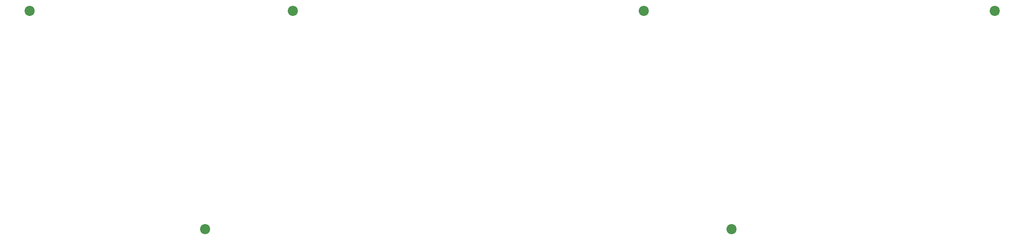
<source format=gts>
G04 #@! TF.GenerationSoftware,KiCad,Pcbnew,(5.99.0-10431-gb63c482347)*
G04 #@! TF.CreationDate,2021-05-28T11:00:37-07:00*
G04 #@! TF.ProjectId,back-plate,6261636b-2d70-46c6-9174-652e6b696361,rev?*
G04 #@! TF.SameCoordinates,Original*
G04 #@! TF.FileFunction,Soldermask,Top*
G04 #@! TF.FilePolarity,Negative*
%FSLAX46Y46*%
G04 Gerber Fmt 4.6, Leading zero omitted, Abs format (unit mm)*
G04 Created by KiCad (PCBNEW (5.99.0-10431-gb63c482347)) date 2021-05-28 11:00:37*
%MOMM*%
%LPD*%
G01*
G04 APERTURE LIST*
%ADD10C,2.200000*%
G04 APERTURE END LIST*
D10*
X46831250Y-79375000D03*
X103981250Y-79375000D03*
X84931250Y-127000000D03*
X199231250Y-127000000D03*
X180181250Y-79375000D03*
X256381250Y-79375000D03*
M02*

</source>
